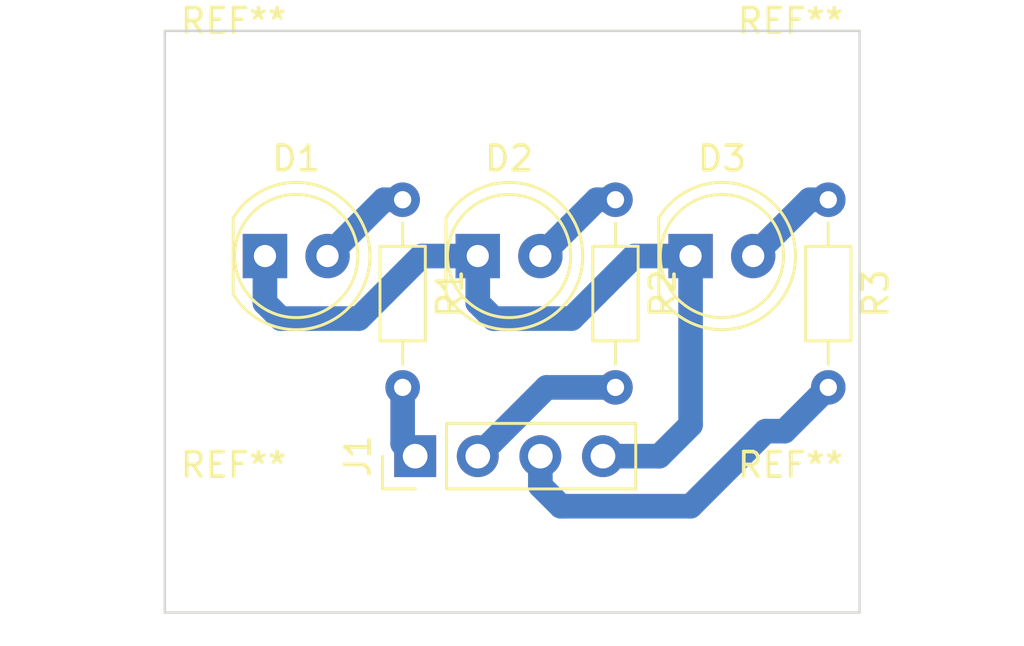
<source format=kicad_pcb>
(kicad_pcb (version 20171130) (host pcbnew "(5.0.2)-1")

  (general
    (thickness 1.6)
    (drawings 4)
    (tracks 29)
    (zones 0)
    (modules 11)
    (nets 8)
  )

  (page A4)
  (layers
    (0 F.Cu signal)
    (31 B.Cu signal)
    (32 B.Adhes user)
    (33 F.Adhes user)
    (34 B.Paste user)
    (35 F.Paste user)
    (36 B.SilkS user)
    (37 F.SilkS user)
    (38 B.Mask user)
    (39 F.Mask user)
    (40 Dwgs.User user)
    (41 Cmts.User user)
    (42 Eco1.User user)
    (43 Eco2.User user)
    (44 Edge.Cuts user)
    (45 Margin user)
    (46 B.CrtYd user)
    (47 F.CrtYd user)
    (48 B.Fab user)
    (49 F.Fab user)
  )

  (setup
    (last_trace_width 1)
    (trace_clearance 0.2)
    (zone_clearance 0.508)
    (zone_45_only no)
    (trace_min 0.2)
    (segment_width 0.2)
    (edge_width 0.1)
    (via_size 0.8)
    (via_drill 0.4)
    (via_min_size 0.4)
    (via_min_drill 0.3)
    (uvia_size 0.3)
    (uvia_drill 0.1)
    (uvias_allowed no)
    (uvia_min_size 0.2)
    (uvia_min_drill 0.1)
    (pcb_text_width 0.3)
    (pcb_text_size 1.5 1.5)
    (mod_edge_width 0.15)
    (mod_text_size 1 1)
    (mod_text_width 0.15)
    (pad_size 1.5 1.5)
    (pad_drill 0.6)
    (pad_to_mask_clearance 0)
    (solder_mask_min_width 0.25)
    (aux_axis_origin 0 0)
    (visible_elements 7FFFFFFF)
    (pcbplotparams
      (layerselection 0x010fc_ffffffff)
      (usegerberextensions false)
      (usegerberattributes false)
      (usegerberadvancedattributes false)
      (creategerberjobfile false)
      (excludeedgelayer true)
      (linewidth 0.100000)
      (plotframeref false)
      (viasonmask false)
      (mode 1)
      (useauxorigin false)
      (hpglpennumber 1)
      (hpglpenspeed 20)
      (hpglpendiameter 15.000000)
      (psnegative false)
      (psa4output false)
      (plotreference true)
      (plotvalue true)
      (plotinvisibletext false)
      (padsonsilk false)
      (subtractmaskfromsilk false)
      (outputformat 1)
      (mirror false)
      (drillshape 1)
      (scaleselection 1)
      (outputdirectory ""))
  )

  (net 0 "")
  (net 1 GND)
  (net 2 "Net-(D1-Pad2)")
  (net 3 "Net-(D2-Pad2)")
  (net 4 "Net-(D3-Pad2)")
  (net 5 LED0)
  (net 6 LED1)
  (net 7 LED2)

  (net_class Default "Это класс цепей по умолчанию."
    (clearance 0.2)
    (trace_width 1)
    (via_dia 0.8)
    (via_drill 0.4)
    (uvia_dia 0.3)
    (uvia_drill 0.1)
    (add_net GND)
    (add_net LED0)
    (add_net LED1)
    (add_net LED2)
    (add_net "Net-(D1-Pad2)")
    (add_net "Net-(D2-Pad2)")
    (add_net "Net-(D3-Pad2)")
  )

  (module MountingHole:MountingHole_2.2mm_M2 (layer F.Cu) (tedit 56D1B4CB) (tstamp 5DD49E95)
    (at 53.086 26.924)
    (descr "Mounting Hole 2.2mm, no annular, M2")
    (tags "mounting hole 2.2mm no annular m2")
    (attr virtual)
    (fp_text reference REF** (at 0 -3.2) (layer F.SilkS)
      (effects (font (size 1 1) (thickness 0.15)))
    )
    (fp_text value MountingHole_2.2mm_M2 (at 0 3.2) (layer F.Fab)
      (effects (font (size 1 1) (thickness 0.15)))
    )
    (fp_circle (center 0 0) (end 2.45 0) (layer F.CrtYd) (width 0.05))
    (fp_circle (center 0 0) (end 2.2 0) (layer Cmts.User) (width 0.15))
    (fp_text user %R (at 0.3 0) (layer F.Fab)
      (effects (font (size 1 1) (thickness 0.15)))
    )
    (pad 1 np_thru_hole circle (at 0 0) (size 2.2 2.2) (drill 2.2) (layers *.Cu *.Mask))
  )

  (module MountingHole:MountingHole_2.2mm_M2 (layer F.Cu) (tedit 56D1B4CB) (tstamp 5DD49E8E)
    (at 30.48 26.924)
    (descr "Mounting Hole 2.2mm, no annular, M2")
    (tags "mounting hole 2.2mm no annular m2")
    (attr virtual)
    (fp_text reference REF** (at 0 -3.2) (layer F.SilkS)
      (effects (font (size 1 1) (thickness 0.15)))
    )
    (fp_text value MountingHole_2.2mm_M2 (at 0 3.2) (layer F.Fab)
      (effects (font (size 1 1) (thickness 0.15)))
    )
    (fp_text user %R (at 0.3 0) (layer F.Fab)
      (effects (font (size 1 1) (thickness 0.15)))
    )
    (fp_circle (center 0 0) (end 2.2 0) (layer Cmts.User) (width 0.15))
    (fp_circle (center 0 0) (end 2.45 0) (layer F.CrtYd) (width 0.05))
    (pad 1 np_thru_hole circle (at 0 0) (size 2.2 2.2) (drill 2.2) (layers *.Cu *.Mask))
  )

  (module MountingHole:MountingHole_2.2mm_M2 (layer F.Cu) (tedit 56D1B4CB) (tstamp 5DD49E6D)
    (at 53.086 44.958)
    (descr "Mounting Hole 2.2mm, no annular, M2")
    (tags "mounting hole 2.2mm no annular m2")
    (attr virtual)
    (fp_text reference REF** (at 0 -3.2) (layer F.SilkS)
      (effects (font (size 1 1) (thickness 0.15)))
    )
    (fp_text value MountingHole_2.2mm_M2 (at 0 3.2) (layer F.Fab)
      (effects (font (size 1 1) (thickness 0.15)))
    )
    (fp_text user %R (at 0.3 0) (layer F.Fab)
      (effects (font (size 1 1) (thickness 0.15)))
    )
    (fp_circle (center 0 0) (end 2.2 0) (layer Cmts.User) (width 0.15))
    (fp_circle (center 0 0) (end 2.45 0) (layer F.CrtYd) (width 0.05))
    (pad 1 np_thru_hole circle (at 0 0) (size 2.2 2.2) (drill 2.2) (layers *.Cu *.Mask))
  )

  (module LED_THT:LED_D5.0mm (layer F.Cu) (tedit 5995936A) (tstamp 5DC80AB3)
    (at 31.75 33.274)
    (descr "LED, diameter 5.0mm, 2 pins, http://cdn-reichelt.de/documents/datenblatt/A500/LL-504BC2E-009.pdf")
    (tags "LED diameter 5.0mm 2 pins")
    (path /5C39E890)
    (fp_text reference D1 (at 1.27 -3.96) (layer F.SilkS)
      (effects (font (size 1 1) (thickness 0.15)))
    )
    (fp_text value LED (at 1.27 3.96) (layer F.Fab)
      (effects (font (size 1 1) (thickness 0.15)))
    )
    (fp_arc (start 1.27 0) (end -1.23 -1.469694) (angle 299.1) (layer F.Fab) (width 0.1))
    (fp_arc (start 1.27 0) (end -1.29 -1.54483) (angle 148.9) (layer F.SilkS) (width 0.12))
    (fp_arc (start 1.27 0) (end -1.29 1.54483) (angle -148.9) (layer F.SilkS) (width 0.12))
    (fp_circle (center 1.27 0) (end 3.77 0) (layer F.Fab) (width 0.1))
    (fp_circle (center 1.27 0) (end 3.77 0) (layer F.SilkS) (width 0.12))
    (fp_line (start -1.23 -1.469694) (end -1.23 1.469694) (layer F.Fab) (width 0.1))
    (fp_line (start -1.29 -1.545) (end -1.29 1.545) (layer F.SilkS) (width 0.12))
    (fp_line (start -1.95 -3.25) (end -1.95 3.25) (layer F.CrtYd) (width 0.05))
    (fp_line (start -1.95 3.25) (end 4.5 3.25) (layer F.CrtYd) (width 0.05))
    (fp_line (start 4.5 3.25) (end 4.5 -3.25) (layer F.CrtYd) (width 0.05))
    (fp_line (start 4.5 -3.25) (end -1.95 -3.25) (layer F.CrtYd) (width 0.05))
    (fp_text user %R (at 1.25 0) (layer F.Fab)
      (effects (font (size 0.8 0.8) (thickness 0.2)))
    )
    (pad 1 thru_hole rect (at 0 0) (size 1.8 1.8) (drill 0.9) (layers *.Cu *.Mask)
      (net 1 GND))
    (pad 2 thru_hole circle (at 2.54 0) (size 1.8 1.8) (drill 0.9) (layers *.Cu *.Mask)
      (net 2 "Net-(D1-Pad2)"))
    (model ${KISYS3DMOD}/LED_THT.3dshapes/LED_D5.0mm.wrl
      (at (xyz 0 0 0))
      (scale (xyz 1 1 1))
      (rotate (xyz 0 0 0))
    )
  )

  (module LED_THT:LED_D5.0mm (layer F.Cu) (tedit 5995936A) (tstamp 5DC80AC5)
    (at 40.386 33.274)
    (descr "LED, diameter 5.0mm, 2 pins, http://cdn-reichelt.de/documents/datenblatt/A500/LL-504BC2E-009.pdf")
    (tags "LED diameter 5.0mm 2 pins")
    (path /5C39E95C)
    (fp_text reference D2 (at 1.27 -3.96) (layer F.SilkS)
      (effects (font (size 1 1) (thickness 0.15)))
    )
    (fp_text value LED (at 1.27 3.96) (layer F.Fab)
      (effects (font (size 1 1) (thickness 0.15)))
    )
    (fp_text user %R (at 1.25 0) (layer F.Fab)
      (effects (font (size 0.8 0.8) (thickness 0.2)))
    )
    (fp_line (start 4.5 -3.25) (end -1.95 -3.25) (layer F.CrtYd) (width 0.05))
    (fp_line (start 4.5 3.25) (end 4.5 -3.25) (layer F.CrtYd) (width 0.05))
    (fp_line (start -1.95 3.25) (end 4.5 3.25) (layer F.CrtYd) (width 0.05))
    (fp_line (start -1.95 -3.25) (end -1.95 3.25) (layer F.CrtYd) (width 0.05))
    (fp_line (start -1.29 -1.545) (end -1.29 1.545) (layer F.SilkS) (width 0.12))
    (fp_line (start -1.23 -1.469694) (end -1.23 1.469694) (layer F.Fab) (width 0.1))
    (fp_circle (center 1.27 0) (end 3.77 0) (layer F.SilkS) (width 0.12))
    (fp_circle (center 1.27 0) (end 3.77 0) (layer F.Fab) (width 0.1))
    (fp_arc (start 1.27 0) (end -1.29 1.54483) (angle -148.9) (layer F.SilkS) (width 0.12))
    (fp_arc (start 1.27 0) (end -1.29 -1.54483) (angle 148.9) (layer F.SilkS) (width 0.12))
    (fp_arc (start 1.27 0) (end -1.23 -1.469694) (angle 299.1) (layer F.Fab) (width 0.1))
    (pad 2 thru_hole circle (at 2.54 0) (size 1.8 1.8) (drill 0.9) (layers *.Cu *.Mask)
      (net 3 "Net-(D2-Pad2)"))
    (pad 1 thru_hole rect (at 0 0) (size 1.8 1.8) (drill 0.9) (layers *.Cu *.Mask)
      (net 1 GND))
    (model ${KISYS3DMOD}/LED_THT.3dshapes/LED_D5.0mm.wrl
      (at (xyz 0 0 0))
      (scale (xyz 1 1 1))
      (rotate (xyz 0 0 0))
    )
  )

  (module LED_THT:LED_D5.0mm (layer F.Cu) (tedit 5995936A) (tstamp 5DC80AD7)
    (at 49.022 33.274)
    (descr "LED, diameter 5.0mm, 2 pins, http://cdn-reichelt.de/documents/datenblatt/A500/LL-504BC2E-009.pdf")
    (tags "LED diameter 5.0mm 2 pins")
    (path /5C39E9C2)
    (fp_text reference D3 (at 1.27 -3.96) (layer F.SilkS)
      (effects (font (size 1 1) (thickness 0.15)))
    )
    (fp_text value LED (at 1.27 3.96) (layer F.Fab)
      (effects (font (size 1 1) (thickness 0.15)))
    )
    (fp_arc (start 1.27 0) (end -1.23 -1.469694) (angle 299.1) (layer F.Fab) (width 0.1))
    (fp_arc (start 1.27 0) (end -1.29 -1.54483) (angle 148.9) (layer F.SilkS) (width 0.12))
    (fp_arc (start 1.27 0) (end -1.29 1.54483) (angle -148.9) (layer F.SilkS) (width 0.12))
    (fp_circle (center 1.27 0) (end 3.77 0) (layer F.Fab) (width 0.1))
    (fp_circle (center 1.27 0) (end 3.77 0) (layer F.SilkS) (width 0.12))
    (fp_line (start -1.23 -1.469694) (end -1.23 1.469694) (layer F.Fab) (width 0.1))
    (fp_line (start -1.29 -1.545) (end -1.29 1.545) (layer F.SilkS) (width 0.12))
    (fp_line (start -1.95 -3.25) (end -1.95 3.25) (layer F.CrtYd) (width 0.05))
    (fp_line (start -1.95 3.25) (end 4.5 3.25) (layer F.CrtYd) (width 0.05))
    (fp_line (start 4.5 3.25) (end 4.5 -3.25) (layer F.CrtYd) (width 0.05))
    (fp_line (start 4.5 -3.25) (end -1.95 -3.25) (layer F.CrtYd) (width 0.05))
    (fp_text user %R (at 1.25 0) (layer F.Fab)
      (effects (font (size 0.8 0.8) (thickness 0.2)))
    )
    (pad 1 thru_hole rect (at 0 0) (size 1.8 1.8) (drill 0.9) (layers *.Cu *.Mask)
      (net 1 GND))
    (pad 2 thru_hole circle (at 2.54 0) (size 1.8 1.8) (drill 0.9) (layers *.Cu *.Mask)
      (net 4 "Net-(D3-Pad2)"))
    (model ${KISYS3DMOD}/LED_THT.3dshapes/LED_D5.0mm.wrl
      (at (xyz 0 0 0))
      (scale (xyz 1 1 1))
      (rotate (xyz 0 0 0))
    )
  )

  (module Connector_PinHeader_2.54mm:PinHeader_1x04_P2.54mm_Vertical (layer F.Cu) (tedit 59FED5CC) (tstamp 5DC81143)
    (at 37.846 41.402 90)
    (descr "Through hole straight pin header, 1x04, 2.54mm pitch, single row")
    (tags "Through hole pin header THT 1x04 2.54mm single row")
    (path /5DC8C46D)
    (fp_text reference J1 (at 0 -2.33 90) (layer F.SilkS)
      (effects (font (size 1 1) (thickness 0.15)))
    )
    (fp_text value Conn_01x04_Female (at 0 9.95 90) (layer F.Fab)
      (effects (font (size 1 1) (thickness 0.15)))
    )
    (fp_line (start -0.635 -1.27) (end 1.27 -1.27) (layer F.Fab) (width 0.1))
    (fp_line (start 1.27 -1.27) (end 1.27 8.89) (layer F.Fab) (width 0.1))
    (fp_line (start 1.27 8.89) (end -1.27 8.89) (layer F.Fab) (width 0.1))
    (fp_line (start -1.27 8.89) (end -1.27 -0.635) (layer F.Fab) (width 0.1))
    (fp_line (start -1.27 -0.635) (end -0.635 -1.27) (layer F.Fab) (width 0.1))
    (fp_line (start -1.33 8.95) (end 1.33 8.95) (layer F.SilkS) (width 0.12))
    (fp_line (start -1.33 1.27) (end -1.33 8.95) (layer F.SilkS) (width 0.12))
    (fp_line (start 1.33 1.27) (end 1.33 8.95) (layer F.SilkS) (width 0.12))
    (fp_line (start -1.33 1.27) (end 1.33 1.27) (layer F.SilkS) (width 0.12))
    (fp_line (start -1.33 0) (end -1.33 -1.33) (layer F.SilkS) (width 0.12))
    (fp_line (start -1.33 -1.33) (end 0 -1.33) (layer F.SilkS) (width 0.12))
    (fp_line (start -1.8 -1.8) (end -1.8 9.4) (layer F.CrtYd) (width 0.05))
    (fp_line (start -1.8 9.4) (end 1.8 9.4) (layer F.CrtYd) (width 0.05))
    (fp_line (start 1.8 9.4) (end 1.8 -1.8) (layer F.CrtYd) (width 0.05))
    (fp_line (start 1.8 -1.8) (end -1.8 -1.8) (layer F.CrtYd) (width 0.05))
    (fp_text user %R (at 0 3.81 180) (layer F.Fab)
      (effects (font (size 1 1) (thickness 0.15)))
    )
    (pad 1 thru_hole rect (at 0 0 90) (size 1.7 1.7) (drill 1) (layers *.Cu *.Mask)
      (net 5 LED0))
    (pad 2 thru_hole oval (at 0 2.54 90) (size 1.7 1.7) (drill 1) (layers *.Cu *.Mask)
      (net 6 LED1))
    (pad 3 thru_hole oval (at 0 5.08 90) (size 1.7 1.7) (drill 1) (layers *.Cu *.Mask)
      (net 7 LED2))
    (pad 4 thru_hole oval (at 0 7.62 90) (size 1.7 1.7) (drill 1) (layers *.Cu *.Mask)
      (net 1 GND))
    (model ${KISYS3DMOD}/Connector_PinHeader_2.54mm.3dshapes/PinHeader_1x04_P2.54mm_Vertical.wrl
      (at (xyz 0 0 0))
      (scale (xyz 1 1 1))
      (rotate (xyz 0 0 0))
    )
  )

  (module Resistor_THT:R_Axial_DIN0204_L3.6mm_D1.6mm_P7.62mm_Horizontal (layer F.Cu) (tedit 5AE5139B) (tstamp 5DC80B06)
    (at 37.338 30.988 270)
    (descr "Resistor, Axial_DIN0204 series, Axial, Horizontal, pin pitch=7.62mm, 0.167W, length*diameter=3.6*1.6mm^2, http://cdn-reichelt.de/documents/datenblatt/B400/1_4W%23YAG.pdf")
    (tags "Resistor Axial_DIN0204 series Axial Horizontal pin pitch 7.62mm 0.167W length 3.6mm diameter 1.6mm")
    (path /5C39E631)
    (fp_text reference R1 (at 3.81 -1.92 270) (layer F.SilkS)
      (effects (font (size 1 1) (thickness 0.15)))
    )
    (fp_text value 510 (at 3.81 1.92 270) (layer F.Fab)
      (effects (font (size 1 1) (thickness 0.15)))
    )
    (fp_line (start 2.01 -0.8) (end 2.01 0.8) (layer F.Fab) (width 0.1))
    (fp_line (start 2.01 0.8) (end 5.61 0.8) (layer F.Fab) (width 0.1))
    (fp_line (start 5.61 0.8) (end 5.61 -0.8) (layer F.Fab) (width 0.1))
    (fp_line (start 5.61 -0.8) (end 2.01 -0.8) (layer F.Fab) (width 0.1))
    (fp_line (start 0 0) (end 2.01 0) (layer F.Fab) (width 0.1))
    (fp_line (start 7.62 0) (end 5.61 0) (layer F.Fab) (width 0.1))
    (fp_line (start 1.89 -0.92) (end 1.89 0.92) (layer F.SilkS) (width 0.12))
    (fp_line (start 1.89 0.92) (end 5.73 0.92) (layer F.SilkS) (width 0.12))
    (fp_line (start 5.73 0.92) (end 5.73 -0.92) (layer F.SilkS) (width 0.12))
    (fp_line (start 5.73 -0.92) (end 1.89 -0.92) (layer F.SilkS) (width 0.12))
    (fp_line (start 0.94 0) (end 1.89 0) (layer F.SilkS) (width 0.12))
    (fp_line (start 6.68 0) (end 5.73 0) (layer F.SilkS) (width 0.12))
    (fp_line (start -0.95 -1.05) (end -0.95 1.05) (layer F.CrtYd) (width 0.05))
    (fp_line (start -0.95 1.05) (end 8.57 1.05) (layer F.CrtYd) (width 0.05))
    (fp_line (start 8.57 1.05) (end 8.57 -1.05) (layer F.CrtYd) (width 0.05))
    (fp_line (start 8.57 -1.05) (end -0.95 -1.05) (layer F.CrtYd) (width 0.05))
    (fp_text user %R (at 3.81 0 270) (layer F.Fab)
      (effects (font (size 0.72 0.72) (thickness 0.108)))
    )
    (pad 1 thru_hole circle (at 0 0 270) (size 1.4 1.4) (drill 0.7) (layers *.Cu *.Mask)
      (net 2 "Net-(D1-Pad2)"))
    (pad 2 thru_hole oval (at 7.62 0 270) (size 1.4 1.4) (drill 0.7) (layers *.Cu *.Mask)
      (net 5 LED0))
    (model ${KISYS3DMOD}/Resistor_THT.3dshapes/R_Axial_DIN0204_L3.6mm_D1.6mm_P7.62mm_Horizontal.wrl
      (at (xyz 0 0 0))
      (scale (xyz 1 1 1))
      (rotate (xyz 0 0 0))
    )
  )

  (module Resistor_THT:R_Axial_DIN0204_L3.6mm_D1.6mm_P7.62mm_Horizontal (layer F.Cu) (tedit 5AE5139B) (tstamp 5DC80B1D)
    (at 45.974 30.988 270)
    (descr "Resistor, Axial_DIN0204 series, Axial, Horizontal, pin pitch=7.62mm, 0.167W, length*diameter=3.6*1.6mm^2, http://cdn-reichelt.de/documents/datenblatt/B400/1_4W%23YAG.pdf")
    (tags "Resistor Axial_DIN0204 series Axial Horizontal pin pitch 7.62mm 0.167W length 3.6mm diameter 1.6mm")
    (path /5C39E74D)
    (fp_text reference R2 (at 3.81 -1.92 270) (layer F.SilkS)
      (effects (font (size 1 1) (thickness 0.15)))
    )
    (fp_text value 510 (at 3.81 1.92 270) (layer F.Fab)
      (effects (font (size 1 1) (thickness 0.15)))
    )
    (fp_text user %R (at 3.81 0 270) (layer F.Fab)
      (effects (font (size 0.72 0.72) (thickness 0.108)))
    )
    (fp_line (start 8.57 -1.05) (end -0.95 -1.05) (layer F.CrtYd) (width 0.05))
    (fp_line (start 8.57 1.05) (end 8.57 -1.05) (layer F.CrtYd) (width 0.05))
    (fp_line (start -0.95 1.05) (end 8.57 1.05) (layer F.CrtYd) (width 0.05))
    (fp_line (start -0.95 -1.05) (end -0.95 1.05) (layer F.CrtYd) (width 0.05))
    (fp_line (start 6.68 0) (end 5.73 0) (layer F.SilkS) (width 0.12))
    (fp_line (start 0.94 0) (end 1.89 0) (layer F.SilkS) (width 0.12))
    (fp_line (start 5.73 -0.92) (end 1.89 -0.92) (layer F.SilkS) (width 0.12))
    (fp_line (start 5.73 0.92) (end 5.73 -0.92) (layer F.SilkS) (width 0.12))
    (fp_line (start 1.89 0.92) (end 5.73 0.92) (layer F.SilkS) (width 0.12))
    (fp_line (start 1.89 -0.92) (end 1.89 0.92) (layer F.SilkS) (width 0.12))
    (fp_line (start 7.62 0) (end 5.61 0) (layer F.Fab) (width 0.1))
    (fp_line (start 0 0) (end 2.01 0) (layer F.Fab) (width 0.1))
    (fp_line (start 5.61 -0.8) (end 2.01 -0.8) (layer F.Fab) (width 0.1))
    (fp_line (start 5.61 0.8) (end 5.61 -0.8) (layer F.Fab) (width 0.1))
    (fp_line (start 2.01 0.8) (end 5.61 0.8) (layer F.Fab) (width 0.1))
    (fp_line (start 2.01 -0.8) (end 2.01 0.8) (layer F.Fab) (width 0.1))
    (pad 2 thru_hole oval (at 7.62 0 270) (size 1.4 1.4) (drill 0.7) (layers *.Cu *.Mask)
      (net 6 LED1))
    (pad 1 thru_hole circle (at 0 0 270) (size 1.4 1.4) (drill 0.7) (layers *.Cu *.Mask)
      (net 3 "Net-(D2-Pad2)"))
    (model ${KISYS3DMOD}/Resistor_THT.3dshapes/R_Axial_DIN0204_L3.6mm_D1.6mm_P7.62mm_Horizontal.wrl
      (at (xyz 0 0 0))
      (scale (xyz 1 1 1))
      (rotate (xyz 0 0 0))
    )
  )

  (module Resistor_THT:R_Axial_DIN0204_L3.6mm_D1.6mm_P7.62mm_Horizontal (layer F.Cu) (tedit 5AE5139B) (tstamp 5DC80B34)
    (at 54.61 30.988 270)
    (descr "Resistor, Axial_DIN0204 series, Axial, Horizontal, pin pitch=7.62mm, 0.167W, length*diameter=3.6*1.6mm^2, http://cdn-reichelt.de/documents/datenblatt/B400/1_4W%23YAG.pdf")
    (tags "Resistor Axial_DIN0204 series Axial Horizontal pin pitch 7.62mm 0.167W length 3.6mm diameter 1.6mm")
    (path /5C39E7B9)
    (fp_text reference R3 (at 3.81 -1.92 270) (layer F.SilkS)
      (effects (font (size 1 1) (thickness 0.15)))
    )
    (fp_text value 510 (at 3.81 1.92 270) (layer F.Fab)
      (effects (font (size 1 1) (thickness 0.15)))
    )
    (fp_line (start 2.01 -0.8) (end 2.01 0.8) (layer F.Fab) (width 0.1))
    (fp_line (start 2.01 0.8) (end 5.61 0.8) (layer F.Fab) (width 0.1))
    (fp_line (start 5.61 0.8) (end 5.61 -0.8) (layer F.Fab) (width 0.1))
    (fp_line (start 5.61 -0.8) (end 2.01 -0.8) (layer F.Fab) (width 0.1))
    (fp_line (start 0 0) (end 2.01 0) (layer F.Fab) (width 0.1))
    (fp_line (start 7.62 0) (end 5.61 0) (layer F.Fab) (width 0.1))
    (fp_line (start 1.89 -0.92) (end 1.89 0.92) (layer F.SilkS) (width 0.12))
    (fp_line (start 1.89 0.92) (end 5.73 0.92) (layer F.SilkS) (width 0.12))
    (fp_line (start 5.73 0.92) (end 5.73 -0.92) (layer F.SilkS) (width 0.12))
    (fp_line (start 5.73 -0.92) (end 1.89 -0.92) (layer F.SilkS) (width 0.12))
    (fp_line (start 0.94 0) (end 1.89 0) (layer F.SilkS) (width 0.12))
    (fp_line (start 6.68 0) (end 5.73 0) (layer F.SilkS) (width 0.12))
    (fp_line (start -0.95 -1.05) (end -0.95 1.05) (layer F.CrtYd) (width 0.05))
    (fp_line (start -0.95 1.05) (end 8.57 1.05) (layer F.CrtYd) (width 0.05))
    (fp_line (start 8.57 1.05) (end 8.57 -1.05) (layer F.CrtYd) (width 0.05))
    (fp_line (start 8.57 -1.05) (end -0.95 -1.05) (layer F.CrtYd) (width 0.05))
    (fp_text user %R (at 3.81 0 270) (layer F.Fab)
      (effects (font (size 0.72 0.72) (thickness 0.108)))
    )
    (pad 1 thru_hole circle (at 0 0 270) (size 1.4 1.4) (drill 0.7) (layers *.Cu *.Mask)
      (net 4 "Net-(D3-Pad2)"))
    (pad 2 thru_hole oval (at 7.62 0 270) (size 1.4 1.4) (drill 0.7) (layers *.Cu *.Mask)
      (net 7 LED2))
    (model ${KISYS3DMOD}/Resistor_THT.3dshapes/R_Axial_DIN0204_L3.6mm_D1.6mm_P7.62mm_Horizontal.wrl
      (at (xyz 0 0 0))
      (scale (xyz 1 1 1))
      (rotate (xyz 0 0 0))
    )
  )

  (module MountingHole:MountingHole_2.2mm_M2 (layer F.Cu) (tedit 56D1B4CB) (tstamp 5DD49E6B)
    (at 30.48 44.958)
    (descr "Mounting Hole 2.2mm, no annular, M2")
    (tags "mounting hole 2.2mm no annular m2")
    (attr virtual)
    (fp_text reference REF** (at 0 -3.2) (layer F.SilkS)
      (effects (font (size 1 1) (thickness 0.15)))
    )
    (fp_text value MountingHole_2.2mm_M2 (at 0 3.2) (layer F.Fab)
      (effects (font (size 1 1) (thickness 0.15)))
    )
    (fp_circle (center 0 0) (end 2.45 0) (layer F.CrtYd) (width 0.05))
    (fp_circle (center 0 0) (end 2.2 0) (layer Cmts.User) (width 0.15))
    (fp_text user %R (at 0.3 0) (layer F.Fab)
      (effects (font (size 1 1) (thickness 0.15)))
    )
    (pad 1 np_thru_hole circle (at 0 0) (size 2.2 2.2) (drill 2.2) (layers *.Cu *.Mask))
  )

  (gr_line (start 55.88 24.13) (end 27.686 24.13) (layer Edge.Cuts) (width 0.1))
  (gr_line (start 55.88 47.752) (end 55.88 24.13) (layer Edge.Cuts) (width 0.1))
  (gr_line (start 27.686 47.752) (end 55.88 47.752) (layer Edge.Cuts) (width 0.1))
  (gr_line (start 27.686 24.13) (end 27.686 47.752) (layer Edge.Cuts) (width 0.1))

  (segment (start 49.022 33.274) (end 49.022 40.132) (width 1) (layer B.Cu) (net 1))
  (segment (start 47.752 41.402) (end 45.466 41.402) (width 1) (layer B.Cu) (net 1))
  (segment (start 49.022 40.132) (end 47.752 41.402) (width 1) (layer B.Cu) (net 1))
  (segment (start 31.75 35.174) (end 32.39 35.814) (width 1) (layer B.Cu) (net 1))
  (segment (start 31.75 33.274) (end 31.75 35.174) (width 1) (layer B.Cu) (net 1))
  (segment (start 32.39 35.814) (end 35.56 35.814) (width 1) (layer B.Cu) (net 1))
  (segment (start 38.1 33.274) (end 40.386 33.274) (width 1) (layer B.Cu) (net 1))
  (segment (start 35.56 35.814) (end 38.1 33.274) (width 1) (layer B.Cu) (net 1))
  (segment (start 40.386 35.174) (end 41.026 35.814) (width 1) (layer B.Cu) (net 1))
  (segment (start 40.386 33.274) (end 40.386 35.174) (width 1) (layer B.Cu) (net 1))
  (segment (start 41.026 35.814) (end 44.196 35.814) (width 1) (layer B.Cu) (net 1))
  (segment (start 46.736 33.274) (end 49.022 33.274) (width 1) (layer B.Cu) (net 1))
  (segment (start 44.196 35.814) (end 46.736 33.274) (width 1) (layer B.Cu) (net 1))
  (segment (start 36.576 30.988) (end 34.29 33.274) (width 1) (layer B.Cu) (net 2))
  (segment (start 37.338 30.988) (end 36.576 30.988) (width 1) (layer B.Cu) (net 2))
  (segment (start 45.212 30.988) (end 42.926 33.274) (width 1) (layer B.Cu) (net 3))
  (segment (start 45.974 30.988) (end 45.212 30.988) (width 1) (layer B.Cu) (net 3))
  (segment (start 53.848 30.988) (end 51.562 33.274) (width 1) (layer B.Cu) (net 4))
  (segment (start 54.61 30.988) (end 53.848 30.988) (width 1) (layer B.Cu) (net 4))
  (segment (start 37.338 40.894) (end 37.846 41.402) (width 1) (layer B.Cu) (net 5))
  (segment (start 37.338 38.608) (end 37.338 40.894) (width 1) (layer B.Cu) (net 5))
  (segment (start 43.18 38.608) (end 40.386 41.402) (width 1) (layer B.Cu) (net 6))
  (segment (start 45.974 38.608) (end 43.18 38.608) (width 1) (layer B.Cu) (net 6))
  (segment (start 52.832 40.386) (end 54.61 38.608) (width 1) (layer B.Cu) (net 7))
  (segment (start 52.07 40.386) (end 52.832 40.386) (width 1) (layer B.Cu) (net 7))
  (segment (start 49.022 43.434) (end 52.07 40.386) (width 1) (layer B.Cu) (net 7))
  (segment (start 43.755919 43.434) (end 49.022 43.434) (width 1) (layer B.Cu) (net 7))
  (segment (start 42.926 41.402) (end 42.926 42.604081) (width 1) (layer B.Cu) (net 7))
  (segment (start 42.926 42.604081) (end 43.755919 43.434) (width 1) (layer B.Cu) (net 7))

)

</source>
